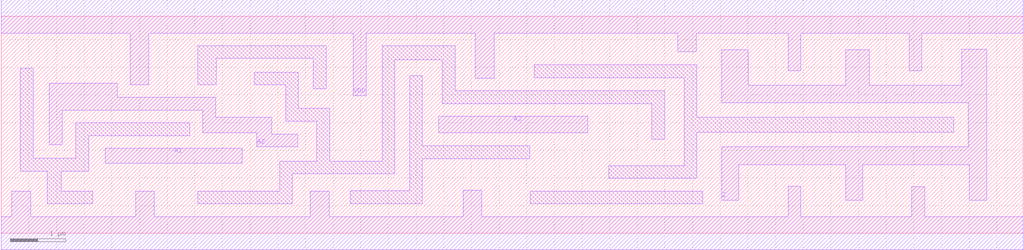
<source format=lef>
# Copyright 2022 GlobalFoundries PDK Authors
#
# Licensed under the Apache License, Version 2.0 (the "License");
# you may not use this file except in compliance with the License.
# You may obtain a copy of the License at
#
#      http://www.apache.org/licenses/LICENSE-2.0
#
# Unless required by applicable law or agreed to in writing, software
# distributed under the License is distributed on an "AS IS" BASIS,
# WITHOUT WARRANTIES OR CONDITIONS OF ANY KIND, either express or implied.
# See the License for the specific language governing permissions and
# limitations under the License.

MACRO gf180mcu_fd_sc_mcu7t5v0__xor3_4
  CLASS core ;
  FOREIGN gf180mcu_fd_sc_mcu7t5v0__xor3_4 0.0 0.0 ;
  ORIGIN 0 0 ;
  SYMMETRY X Y ;
  SITE GF018hv5v_mcu_sc7 ;
  SIZE 18.48 BY 3.92 ;
  PIN A1
    DIRECTION INPUT ;
    ANTENNAGATEAREA 0.8045 ;
    PORT
      LAYER Metal1 ;
        POLYGON 1.88 1.265 4.36 1.265 4.36 1.535 1.88 1.535  ;
    END
  END A1
  PIN A2
    DIRECTION INPUT ;
    ANTENNAGATEAREA 0.8045 ;
    PORT
      LAYER Metal1 ;
        POLYGON 0.865 1.6 1.105 1.6 1.105 2.225 3.41 2.225 3.645 2.225 3.645 1.82 4.615 1.82 4.615 1.56 5.36 1.56 5.36 1.79 4.895 1.79 4.895 2.095 3.875 2.095 3.875 2.455 3.41 2.455 2.1 2.455 2.1 2.71 0.865 2.71  ;
    END
  END A2
  PIN A3
    DIRECTION INPUT ;
    ANTENNAGATEAREA 1.4355 ;
    PORT
      LAYER Metal1 ;
        POLYGON 7.91 1.82 9.555 1.82 10.6 1.82 10.6 2.115 9.555 2.115 7.91 2.115  ;
    END
  END A3
  PIN Z
    DIRECTION OUTPUT ;
    ANTENNADIFFAREA 2.978 ;
    PORT
      LAYER Metal1 ;
        POLYGON 13.025 2.36 17.225 2.36 17.48 2.36 17.48 1.56 13.025 1.56 13.025 0.6 13.335 0.6 13.335 1.24 15.265 1.24 15.265 0.6 15.575 0.6 15.575 1.24 17.505 1.24 17.505 0.6 17.815 0.6 17.815 3.325 17.37 3.325 17.37 2.68 17.225 2.68 15.69 2.68 15.69 3.315 15.265 3.315 15.265 2.68 13.505 2.68 13.505 3.315 13.025 3.315  ;
    END
  END Z
  PIN VDD
    DIRECTION INOUT ;
    USE power ;
    SHAPE ABUTMENT ;
    PORT
      LAYER Metal1 ;
        POLYGON 0 3.62 2.33 3.62 2.33 2.685 2.67 2.685 2.67 3.62 3.41 3.62 5.875 3.62 6.365 3.62 6.365 2.485 6.595 2.485 6.595 3.62 8.57 3.62 8.57 2.805 8.91 2.805 8.91 3.62 12.23 3.62 12.23 3.285 12.57 3.285 12.57 3.62 14.225 3.62 14.225 2.94 14.455 2.94 14.455 3.62 16.415 3.62 16.415 2.94 16.645 2.94 16.645 3.62 17.225 3.62 18.48 3.62 18.48 4.22 17.225 4.22 5.875 4.22 3.41 4.22 0 4.22  ;
    END
  END VDD
  PIN VSS
    DIRECTION INOUT ;
    USE ground ;
    SHAPE ABUTMENT ;
    PORT
      LAYER Metal1 ;
        POLYGON 0 -0.3 18.48 -0.3 18.48 0.3 16.695 0.3 16.695 0.84 16.465 0.84 16.465 0.3 14.455 0.3 14.455 0.85 14.225 0.85 14.225 0.3 8.69 0.3 8.69 0.775 8.35 0.775 8.35 0.3 5.93 0.3 5.93 0.76 5.59 0.76 5.59 0.3 2.77 0.3 2.77 0.76 2.43 0.76 2.43 0.3 0.53 0.3 0.53 0.76 0.19 0.76 0.19 0.3 0 0.3  ;
    END
  END VSS
  OBS
      LAYER Metal1 ;
        POLYGON 1.085 1.12 1.58 1.12 1.58 1.765 3.41 1.765 3.41 1.995 1.35 1.995 1.35 1.355 0.575 1.355 0.575 2.98 0.345 2.98 0.345 1.12 0.835 1.12 0.835 0.53 1.65 0.53 1.65 0.76 1.085 0.76  ;
        POLYGON 3.55 2.685 3.89 2.685 3.89 3.16 5.645 3.16 5.645 2.61 5.875 2.61 5.875 3.39 3.55 3.39  ;
        POLYGON 6.31 0.53 7.615 0.53 7.615 1.35 9.555 1.35 9.555 1.585 7.615 1.585 7.615 2.845 7.385 2.845 7.385 0.765 6.31 0.765  ;
        POLYGON 4.57 2.685 5.14 2.685 5.14 2.025 5.705 2.025 5.705 1.305 5.035 1.305 5.035 0.76 3.55 0.76 3.55 0.53 5.265 0.53 5.265 1.075 7.115 1.075 7.115 3.14 7.97 3.14 7.97 2.345 11.765 2.345 11.765 1.695 11.995 1.695 11.995 2.575 8.205 2.575 8.205 3.39 6.885 3.39 6.885 1.305 5.935 1.305 5.935 2.26 5.37 2.26 5.37 2.915 4.57 2.915  ;
        POLYGON 9.56 0.53 12.68 0.53 12.68 0.76 9.56 0.76  ;
        POLYGON 9.635 2.815 12.345 2.815 12.345 1.22 10.98 1.22 10.98 0.99 12.575 0.99 12.575 1.825 17.225 1.825 17.225 2.095 12.575 2.095 12.575 3.05 9.635 3.05  ;
  END
END gf180mcu_fd_sc_mcu7t5v0__xor3_4

</source>
